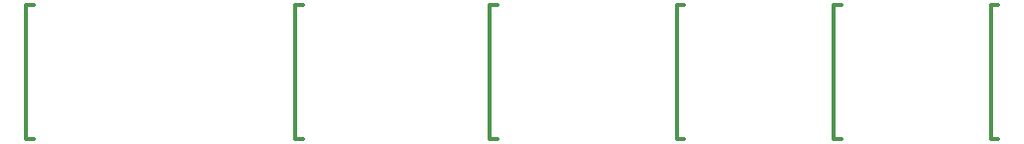
<source format=gbo>
G75*
%MOIN*%
%OFA0B0*%
%FSLAX24Y24*%
%IPPOS*%
%LPD*%
%AMOC8*
5,1,8,0,0,1.08239X$1,22.5*
%
%ADD10C,0.0120*%
D10*
X003350Y000700D02*
X003350Y005200D01*
X003600Y005200D01*
X012350Y005200D02*
X012600Y005200D01*
X012350Y005200D02*
X012350Y000700D01*
X012600Y000700D01*
X018850Y000700D02*
X018850Y005200D01*
X019100Y005200D01*
X025100Y005200D02*
X025350Y005200D01*
X025100Y005200D02*
X025100Y000700D01*
X025350Y000700D01*
X030350Y000700D02*
X030350Y005200D01*
X030600Y005200D01*
X035600Y005200D02*
X035850Y005200D01*
X035600Y005200D02*
X035600Y000700D01*
X035850Y000700D01*
X030600Y000700D02*
X030350Y000700D01*
X019100Y000700D02*
X018850Y000700D01*
X003600Y000700D02*
X003350Y000700D01*
M02*

</source>
